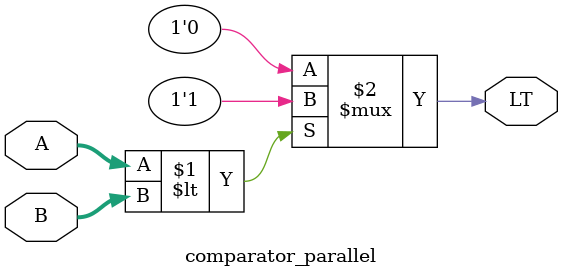
<source format=sv>
`timescale 1ns / 1ps


module comparator_parallel(
    input [127:0] A,
    input [127:0] B,
    output LT  // A < B
    );
    
    assign LT = (A < B)? 1'b1 : 1'b0;
    
endmodule

</source>
